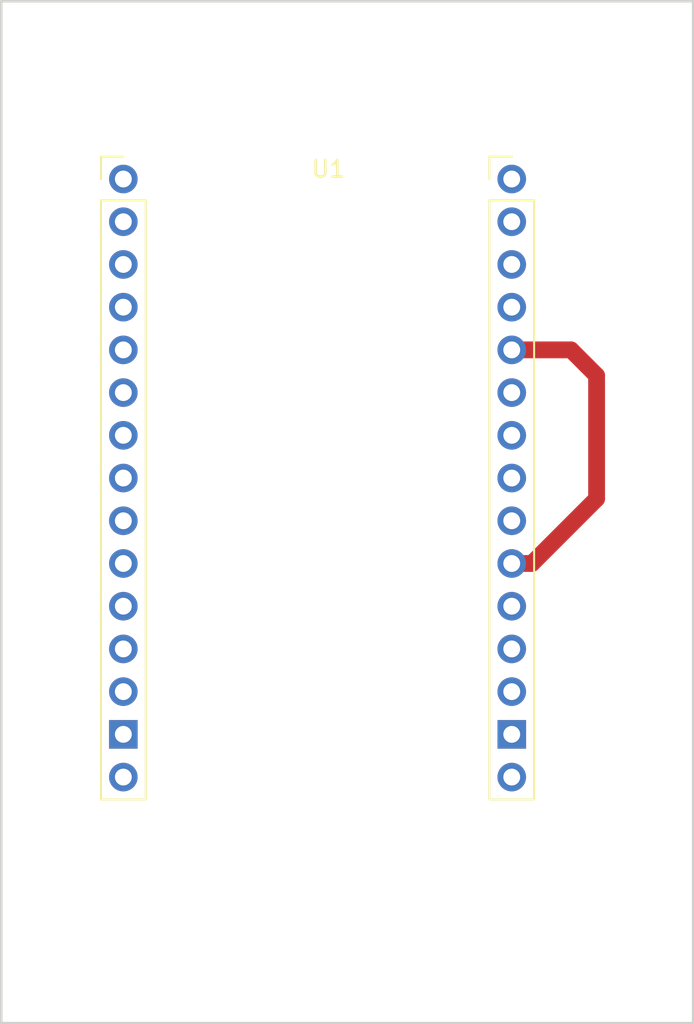
<source format=kicad_pcb>
(kicad_pcb (version 20171130) (host pcbnew 5.1.7)

  (general
    (thickness 1.6)
    (drawings 4)
    (tracks 5)
    (zones 0)
    (modules 1)
    (nets 26)
  )

  (page A4)
  (layers
    (0 F.Cu signal)
    (31 B.Cu signal)
    (32 B.Adhes user)
    (33 F.Adhes user)
    (34 B.Paste user)
    (35 F.Paste user)
    (36 B.SilkS user)
    (37 F.SilkS user)
    (38 B.Mask user)
    (39 F.Mask user)
    (40 Dwgs.User user)
    (41 Cmts.User user)
    (42 Eco1.User user)
    (43 Eco2.User user)
    (44 Edge.Cuts user)
    (45 Margin user)
    (46 B.CrtYd user)
    (47 F.CrtYd user)
    (48 B.Fab user)
    (49 F.Fab user)
  )

  (setup
    (last_trace_width 1)
    (trace_clearance 0.5)
    (zone_clearance 0.508)
    (zone_45_only no)
    (trace_min 0.2)
    (via_size 0.8)
    (via_drill 0.4)
    (via_min_size 0.4)
    (via_min_drill 0.3)
    (uvia_size 0.3)
    (uvia_drill 0.1)
    (uvias_allowed no)
    (uvia_min_size 0.2)
    (uvia_min_drill 0.1)
    (edge_width 0.05)
    (segment_width 0.2)
    (pcb_text_width 0.3)
    (pcb_text_size 1.5 1.5)
    (mod_edge_width 0.12)
    (mod_text_size 1 1)
    (mod_text_width 0.15)
    (pad_size 1.524 1.524)
    (pad_drill 0.762)
    (pad_to_mask_clearance 0)
    (aux_axis_origin 0 0)
    (visible_elements FFFFFF7F)
    (pcbplotparams
      (layerselection 0x01000_7fffffff)
      (usegerberextensions false)
      (usegerberattributes true)
      (usegerberadvancedattributes true)
      (creategerberjobfile true)
      (excludeedgelayer true)
      (linewidth 0.100000)
      (plotframeref false)
      (viasonmask false)
      (mode 1)
      (useauxorigin false)
      (hpglpennumber 1)
      (hpglpenspeed 20)
      (hpglpendiameter 15.000000)
      (psnegative false)
      (psa4output false)
      (plotreference true)
      (plotvalue true)
      (plotinvisibletext false)
      (padsonsilk false)
      (subtractmaskfromsilk false)
      (outputformat 3)
      (mirror false)
      (drillshape 0)
      (scaleselection 1)
      (outputdirectory "test"))
  )

  (net 0 "")
  (net 1 "Net-(U1-Pad9)")
  (net 2 "Net-(U1-Pad5)")
  (net 3 "Net-(U1-Pad8)")
  (net 4 "Net-(U1-Pad10)")
  (net 5 "Net-(U1-Pad11)")
  (net 6 "Net-(U1-Pad12)")
  (net 7 "Net-(U1-Pad13)")
  (net 8 "Net-(U1-Pad14)")
  (net 9 "Net-(U1-Pad15)")
  (net 10 "Net-(U1-Pad16)")
  (net 11 "Net-(U1-Pad17)")
  (net 12 "Net-(U1-Pad18)")
  (net 13 "Net-(U1-Pad20)")
  (net 14 "Net-(U1-Pad39)")
  (net 15 "Net-(U1-Pad27)")
  (net 16 "Net-(U1-Pad38)")
  (net 17 "Net-(U1-Pad35)")
  (net 18 "Net-(U1-Pad36)")
  (net 19 "Net-(U1-Pad25)")
  (net 20 "Net-(U1-Pad21)")
  (net 21 "Net-(U1-Pad24)")
  (net 22 "Net-(U1-Pad41)")
  (net 23 "Net-(U1-Pad22)")
  (net 24 "Net-(U1-Pad40)")
  (net 25 "Net-(U1-Pad34)")

  (net_class Default "This is the default net class."
    (clearance 0.5)
    (trace_width 1)
    (via_dia 0.8)
    (via_drill 0.4)
    (uvia_dia 0.3)
    (uvia_drill 0.1)
    (add_net "Net-(U1-Pad10)")
    (add_net "Net-(U1-Pad11)")
    (add_net "Net-(U1-Pad12)")
    (add_net "Net-(U1-Pad13)")
    (add_net "Net-(U1-Pad14)")
    (add_net "Net-(U1-Pad15)")
    (add_net "Net-(U1-Pad16)")
    (add_net "Net-(U1-Pad17)")
    (add_net "Net-(U1-Pad18)")
    (add_net "Net-(U1-Pad20)")
    (add_net "Net-(U1-Pad21)")
    (add_net "Net-(U1-Pad22)")
    (add_net "Net-(U1-Pad24)")
    (add_net "Net-(U1-Pad25)")
    (add_net "Net-(U1-Pad27)")
    (add_net "Net-(U1-Pad34)")
    (add_net "Net-(U1-Pad35)")
    (add_net "Net-(U1-Pad36)")
    (add_net "Net-(U1-Pad38)")
    (add_net "Net-(U1-Pad39)")
    (add_net "Net-(U1-Pad40)")
    (add_net "Net-(U1-Pad41)")
    (add_net "Net-(U1-Pad5)")
    (add_net "Net-(U1-Pad8)")
    (add_net "Net-(U1-Pad9)")
  )

  (module esp32_devkit_v2:esp32_devkit_v2 (layer F.Cu) (tedit 5FB1553D) (tstamp 5FB1CA83)
    (at 113.585001 91.950001)
    (descr "Through hole straight pin header, 1x15, 2.54mm pitch, single row")
    (tags "Through hole pin header THT 1x15 2.54mm single row")
    (path /5FB1C90E)
    (fp_text reference U1 (at 12.2 -0.6) (layer F.SilkS)
      (effects (font (size 1 1) (thickness 0.15)))
    )
    (fp_text value ESP32-PICO-D4 (at 11.7 38.8) (layer F.Fab)
      (effects (font (size 1 1) (thickness 0.15)))
    )
    (fp_line (start 9.05 47.1) (end 9.05 44.1) (layer F.CrtYd) (width 0.12))
    (fp_line (start 14.05 47.1) (end 9.05 47.1) (layer F.CrtYd) (width 0.12))
    (fp_line (start 14.05 44.1) (end 14.05 47.1) (layer F.CrtYd) (width 0.12))
    (fp_line (start 9.05 44.1) (end 14.05 44.1) (layer F.CrtYd) (width 0.12))
    (fp_line (start 1.8 46.05) (end 21.5 46.05) (layer F.CrtYd) (width 0.05))
    (fp_line (start 1.8 -6.2) (end 21.5 -6.2) (layer F.CrtYd) (width 0.05))
    (fp_line (start 24.9 46.05) (end 24.9 -6.2) (layer F.CrtYd) (width 0.05))
    (fp_line (start 21.83 36.83) (end 21.83 -0.635) (layer F.Fab) (width 0.1))
    (fp_line (start 21.83 -0.635) (end 22.465 -1.27) (layer F.Fab) (width 0.1))
    (fp_line (start 21.77 36.89) (end 24.43 36.89) (layer F.SilkS) (width 0.12))
    (fp_line (start 21.77 1.27) (end 24.43 1.27) (layer F.SilkS) (width 0.12))
    (fp_line (start 21.77 -1.33) (end 23.1 -1.33) (layer F.SilkS) (width 0.12))
    (fp_line (start 24.37 -1.27) (end 24.37 36.83) (layer F.Fab) (width 0.1))
    (fp_line (start 22.465 -1.27) (end 24.37 -1.27) (layer F.Fab) (width 0.1))
    (fp_line (start 21.77 1.27) (end 21.77 36.89) (layer F.SilkS) (width 0.12))
    (fp_line (start 24.43 1.27) (end 24.43 36.89) (layer F.SilkS) (width 0.12))
    (fp_line (start 24.9 -6.2) (end 21.3 -6.2) (layer F.CrtYd) (width 0.05))
    (fp_line (start 24.37 36.83) (end 21.83 36.83) (layer F.Fab) (width 0.1))
    (fp_line (start 21.77 0) (end 21.77 -1.33) (layer F.SilkS) (width 0.12))
    (fp_line (start 21.3 46.05) (end 24.9 46.05) (layer F.CrtYd) (width 0.05))
    (fp_line (start -0.635 -1.27) (end 1.27 -1.27) (layer F.Fab) (width 0.1))
    (fp_line (start 1.27 -1.27) (end 1.27 36.83) (layer F.Fab) (width 0.1))
    (fp_line (start 1.27 36.83) (end -1.27 36.83) (layer F.Fab) (width 0.1))
    (fp_line (start -1.27 36.83) (end -1.27 -0.635) (layer F.Fab) (width 0.1))
    (fp_line (start -1.27 -0.635) (end -0.635 -1.27) (layer F.Fab) (width 0.1))
    (fp_line (start -1.33 36.89) (end 1.33 36.89) (layer F.SilkS) (width 0.12))
    (fp_line (start -1.33 1.27) (end -1.33 36.89) (layer F.SilkS) (width 0.12))
    (fp_line (start 1.33 1.27) (end 1.33 36.89) (layer F.SilkS) (width 0.12))
    (fp_line (start -1.33 1.27) (end 1.33 1.27) (layer F.SilkS) (width 0.12))
    (fp_line (start -1.33 0) (end -1.33 -1.33) (layer F.SilkS) (width 0.12))
    (fp_line (start -1.33 -1.33) (end 0 -1.33) (layer F.SilkS) (width 0.12))
    (fp_line (start -1.8 -6.2) (end -1.8 46.05) (layer F.CrtYd) (width 0.05))
    (fp_line (start -1.8 46.05) (end 1.8 46.05) (layer F.CrtYd) (width 0.05))
    (fp_line (start 1.8 -6.2) (end -1.8 -6.2) (layer F.CrtYd) (width 0.05))
    (pad 9 thru_hole circle (at 0 0) (size 1.7 1.7) (drill 1) (layers *.Cu *.Mask)
      (net 1 "Net-(U1-Pad9)"))
    (pad 5 thru_hole circle (at 0 2.54) (size 1.7 1.7) (drill 1) (layers *.Cu *.Mask)
      (net 2 "Net-(U1-Pad5)"))
    (pad 8 thru_hole oval (at 0 5.08) (size 1.7 1.7) (drill 1) (layers *.Cu *.Mask)
      (net 3 "Net-(U1-Pad8)"))
    (pad 10 thru_hole oval (at 0 7.62) (size 1.7 1.7) (drill 1) (layers *.Cu *.Mask)
      (net 4 "Net-(U1-Pad10)"))
    (pad 11 thru_hole oval (at 0 10.16) (size 1.7 1.7) (drill 1) (layers *.Cu *.Mask)
      (net 5 "Net-(U1-Pad11)"))
    (pad 12 thru_hole oval (at 0 12.7) (size 1.7 1.7) (drill 1) (layers *.Cu *.Mask)
      (net 6 "Net-(U1-Pad12)"))
    (pad 13 thru_hole oval (at 0 15.24) (size 1.7 1.7) (drill 1) (layers *.Cu *.Mask)
      (net 7 "Net-(U1-Pad13)"))
    (pad 14 thru_hole oval (at 0 17.78) (size 1.7 1.7) (drill 1) (layers *.Cu *.Mask)
      (net 8 "Net-(U1-Pad14)"))
    (pad 15 thru_hole oval (at 0 20.32) (size 1.7 1.7) (drill 1) (layers *.Cu *.Mask)
      (net 9 "Net-(U1-Pad15)"))
    (pad 16 thru_hole oval (at 0 22.86) (size 1.7 1.7) (drill 1) (layers *.Cu *.Mask)
      (net 10 "Net-(U1-Pad16)"))
    (pad 17 thru_hole oval (at 0 25.4) (size 1.7 1.7) (drill 1) (layers *.Cu *.Mask)
      (net 11 "Net-(U1-Pad17)"))
    (pad 18 thru_hole oval (at 0 27.94) (size 1.7 1.7) (drill 1) (layers *.Cu *.Mask)
      (net 12 "Net-(U1-Pad18)"))
    (pad 20 thru_hole oval (at 0 30.48) (size 1.7 1.7) (drill 1) (layers *.Cu *.Mask)
      (net 13 "Net-(U1-Pad20)"))
    (pad GND thru_hole rect (at 0 33.02) (size 1.7 1.7) (drill 1) (layers *.Cu *.Mask))
    (pad VIN thru_hole oval (at 0 35.56) (size 1.7 1.7) (drill 1) (layers *.Cu *.Mask))
    (pad 39 thru_hole circle (at 23.1 2.54) (size 1.7 1.7) (drill 1) (layers *.Cu *.Mask)
      (net 14 "Net-(U1-Pad39)"))
    (pad 3.3V thru_hole oval (at 23.1 35.56) (size 1.7 1.7) (drill 1) (layers *.Cu *.Mask))
    (pad 27 thru_hole oval (at 23.1 20.32) (size 1.7 1.7) (drill 1) (layers *.Cu *.Mask)
      (net 15 "Net-(U1-Pad27)"))
    (pad 38 thru_hole circle (at 23.1 12.7) (size 1.7 1.7) (drill 1) (layers *.Cu *.Mask)
      (net 16 "Net-(U1-Pad38)"))
    (pad 35 thru_hole oval (at 23.1 15.24) (size 1.7 1.7) (drill 1) (layers *.Cu *.Mask)
      (net 17 "Net-(U1-Pad35)"))
    (pad 36 thru_hole circle (at 23.1 0) (size 1.7 1.7) (drill 1) (layers *.Cu *.Mask)
      (net 18 "Net-(U1-Pad36)"))
    (pad GND thru_hole rect (at 23.1 33.02) (size 1.7 1.7) (drill 1) (layers *.Cu *.Mask))
    (pad 25 thru_hole oval (at 23.1 22.86) (size 1.7 1.7) (drill 1) (layers *.Cu *.Mask)
      (net 19 "Net-(U1-Pad25)"))
    (pad 21 thru_hole oval (at 23.1 30.48) (size 1.7 1.7) (drill 1) (layers *.Cu *.Mask)
      (net 20 "Net-(U1-Pad21)"))
    (pad 24 thru_hole oval (at 23.1 25.4) (size 1.7 1.7) (drill 1) (layers *.Cu *.Mask)
      (net 21 "Net-(U1-Pad24)"))
    (pad 41 thru_hole oval (at 23.1 5.08) (size 1.7 1.7) (drill 1) (layers *.Cu *.Mask)
      (net 22 "Net-(U1-Pad41)"))
    (pad 22 thru_hole oval (at 23.1 27.94) (size 1.7 1.7) (drill 1) (layers *.Cu *.Mask)
      (net 23 "Net-(U1-Pad22)"))
    (pad 42 thru_hole oval (at 23.1 10.16) (size 1.7 1.7) (drill 1) (layers *.Cu *.Mask)
      (net 19 "Net-(U1-Pad25)"))
    (pad 40 thru_hole oval (at 23.1 7.62) (size 1.7 1.7) (drill 1) (layers *.Cu *.Mask)
      (net 24 "Net-(U1-Pad40)"))
    (pad 34 thru_hole oval (at 23.1 17.78) (size 1.7 1.7) (drill 1) (layers *.Cu *.Mask)
      (net 25 "Net-(U1-Pad34)"))
    (model ${KISYS3DMOD}/Connector_PinHeader_2.54mm.3dshapes/PinHeader_1x15_P2.54mm_Vertical.wrl
      (at (xyz 0 0 0))
      (scale (xyz 1 1 1))
      (rotate (xyz 0 0 0))
    )
  )

  (gr_line (start 106.3244 142.1384) (end 106.3244 81.3816) (layer Edge.Cuts) (width 0.15))
  (gr_line (start 147.4724 142.1384) (end 106.3244 142.1384) (layer Edge.Cuts) (width 0.15))
  (gr_line (start 147.4724 81.3816) (end 147.4724 142.1384) (layer Edge.Cuts) (width 0.15))
  (gr_line (start 106.3244 81.3816) (end 147.4724 81.3816) (layer Edge.Cuts) (width 0.15))

  (segment (start 136.685001 102.110001) (end 140.210001 102.110001) (width 1) (layer F.Cu) (net 19))
  (segment (start 140.210001 102.110001) (end 141.732 103.632) (width 1) (layer F.Cu) (net 19))
  (segment (start 137.887082 114.810001) (end 136.685001 114.810001) (width 1) (layer F.Cu) (net 19))
  (segment (start 141.732 110.965083) (end 137.887082 114.810001) (width 1) (layer F.Cu) (net 19))
  (segment (start 141.732 103.632) (end 141.732 110.965083) (width 1) (layer F.Cu) (net 19))

)

</source>
